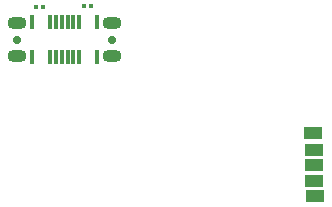
<source format=gbr>
%TF.GenerationSoftware,Altium Limited,Altium Designer,23.10.1 (27)*%
G04 Layer_Color=255*
%FSLAX45Y45*%
%MOMM*%
%TF.SameCoordinates,C732C167-A78C-4608-B65C-7F4C8643914A*%
%TF.FilePolarity,Positive*%
%TF.FileFunction,Pads,Bot*%
%TF.Part,Single*%
G01*
G75*
%TA.AperFunction,SMDPad,CuDef*%
%ADD15R,0.30000X0.30000*%
%TA.AperFunction,ComponentPad*%
%ADD22O,1.60000X1.10000*%
%ADD23C,0.71000*%
%TA.AperFunction,SMDPad,CuDef*%
%ADD27R,0.30000X1.15000*%
%ADD28R,1.60000X1.10000*%
D15*
X27707700Y3604500D02*
D03*
X27647699D02*
D03*
X28057700Y3614500D02*
D03*
X28117700D02*
D03*
D22*
X27492700Y3476000D02*
D03*
Y3190000D02*
D03*
X28292700D02*
D03*
Y3476000D02*
D03*
D23*
X27492700Y3333000D02*
D03*
X28292700D02*
D03*
D27*
X27617700Y3184500D02*
D03*
Y3481500D02*
D03*
X27767700Y3184500D02*
D03*
X27817700D02*
D03*
X27867700D02*
D03*
X27917700D02*
D03*
X27967700D02*
D03*
X28017700D02*
D03*
X28167700D02*
D03*
X27767700Y3481500D02*
D03*
X27817700D02*
D03*
X27867700D02*
D03*
X27917700D02*
D03*
X27967700D02*
D03*
X28017700D02*
D03*
X28167700D02*
D03*
D28*
X29995001Y2540000D02*
D03*
X30011600Y2012200D02*
D03*
X30007700Y2135200D02*
D03*
X30002802Y2398600D02*
D03*
X30006699Y2272700D02*
D03*
%TF.MD5,7e6f7cf338933004ca2f876ded2440e3*%
M02*

</source>
